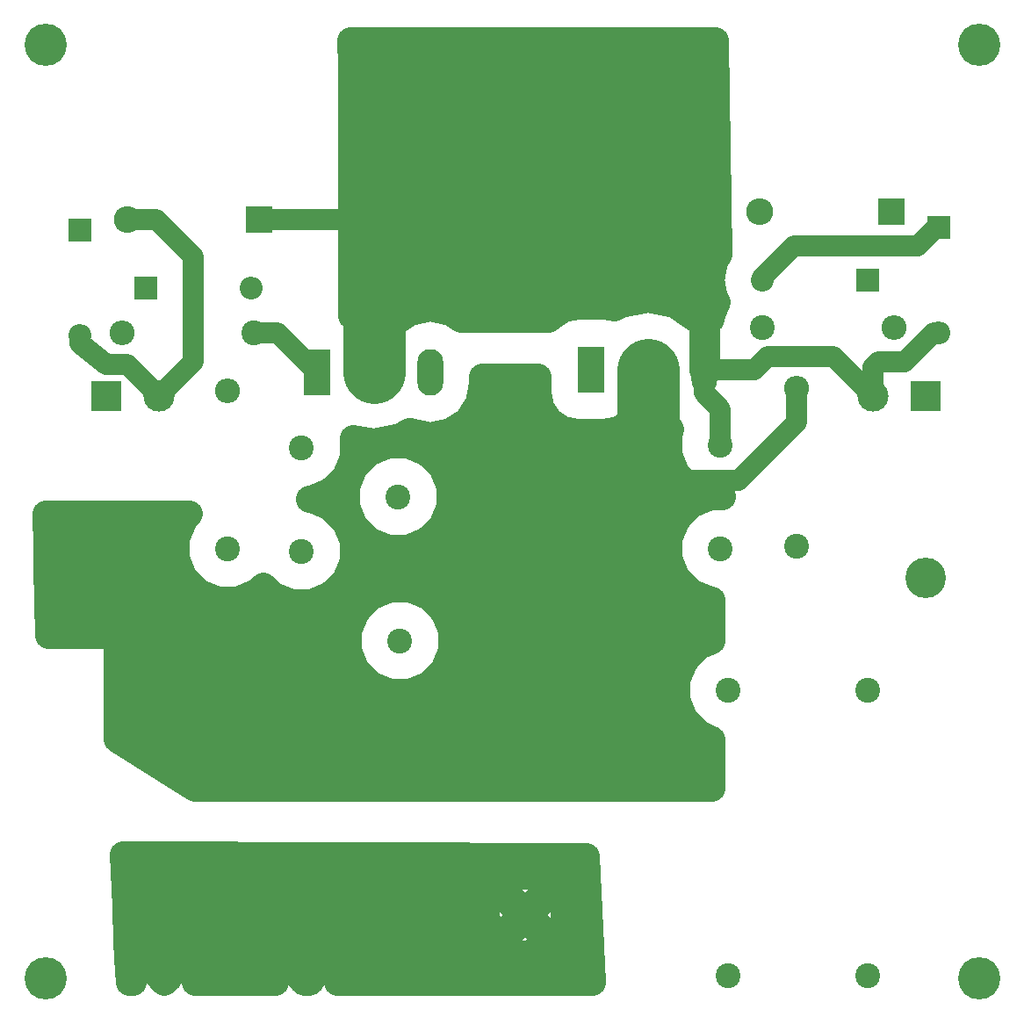
<source format=gbr>
G04 #@! TF.FileFunction,Copper,L2,Bot,Signal*
%FSLAX46Y46*%
G04 Gerber Fmt 4.6, Leading zero omitted, Abs format (unit mm)*
G04 Created by KiCad (PCBNEW 4.0.7) date 02/11/18 22:43:29*
%MOMM*%
%LPD*%
G01*
G04 APERTURE LIST*
%ADD10C,0.100000*%
%ADD11R,3.000000X3.000000*%
%ADD12C,3.000000*%
%ADD13C,2.400000*%
%ADD14C,3.900000*%
%ADD15R,2.500000X4.500000*%
%ADD16O,2.500000X4.500000*%
%ADD17O,2.400000X2.400000*%
%ADD18C,4.064000*%
%ADD19R,2.200000X2.200000*%
%ADD20O,2.200000X2.200000*%
%ADD21R,2.600000X2.600000*%
%ADD22O,2.600000X2.600000*%
%ADD23C,2.000000*%
%ADD24C,3.000000*%
%ADD25C,6.000000*%
%ADD26C,2.500000*%
G04 APERTURE END LIST*
D10*
D11*
X134874000Y-83820000D03*
D12*
X129794000Y-83820000D03*
D13*
X115062000Y-98552000D03*
X115062000Y-88552000D03*
X106496000Y-93544000D03*
X83996000Y-93544000D03*
X74676000Y-98806000D03*
X74676000Y-88806000D03*
D11*
X55880000Y-83820000D03*
D12*
X60960000Y-83820000D03*
D14*
X94996000Y-54610000D03*
X96266000Y-133858000D03*
X134874000Y-101346000D03*
X55372000Y-101092000D03*
D15*
X102616000Y-81280000D03*
D16*
X108066000Y-81280000D03*
X113516000Y-81280000D03*
D15*
X76200000Y-81534000D03*
D16*
X81650000Y-81534000D03*
X87100000Y-81534000D03*
D13*
X122428000Y-98298000D03*
D17*
X122428000Y-83058000D03*
D13*
X67564000Y-98552000D03*
D17*
X67564000Y-83312000D03*
D18*
X50000000Y-50000000D03*
X140000000Y-50000000D03*
X50000000Y-140000000D03*
X140000000Y-140000000D03*
D19*
X53340000Y-67818000D03*
D20*
X53340000Y-77978000D03*
D19*
X136144000Y-67564000D03*
D20*
X136144000Y-77724000D03*
D13*
X106680000Y-107442000D03*
X84180000Y-107442000D03*
D19*
X129286000Y-72644000D03*
D20*
X119126000Y-72644000D03*
D19*
X59690000Y-73406000D03*
D20*
X69850000Y-73406000D03*
D13*
X119126000Y-77216000D03*
D17*
X131826000Y-77216000D03*
D13*
X70104000Y-77724000D03*
D17*
X57404000Y-77724000D03*
D13*
X61468000Y-112522000D03*
X61468000Y-140022000D03*
X115824000Y-139700000D03*
X115824000Y-112200000D03*
X75184000Y-112776000D03*
X75184000Y-140276000D03*
X129286000Y-139700000D03*
X129286000Y-112200000D03*
D21*
X131572000Y-66040000D03*
D22*
X118872000Y-66040000D03*
D21*
X70612000Y-66802000D03*
D22*
X57912000Y-66802000D03*
D23*
X136144000Y-77724000D02*
X135636000Y-77724000D01*
X135636000Y-77724000D02*
X132842000Y-80518000D01*
X132842000Y-80518000D02*
X130302000Y-80518000D01*
X130302000Y-80518000D02*
X129794000Y-81026000D01*
X129794000Y-81026000D02*
X129794000Y-83820000D01*
X70612000Y-66802000D02*
X81650000Y-66802000D01*
X81650000Y-66802000D02*
X81650000Y-65924000D01*
X113516000Y-81280000D02*
X113516000Y-83544000D01*
X115062000Y-85090000D02*
X115062000Y-88552000D01*
X113516000Y-83544000D02*
X115062000Y-85090000D01*
X129794000Y-83820000D02*
X130048000Y-83820000D01*
X113516000Y-81280000D02*
X118364000Y-81280000D01*
X125984000Y-80010000D02*
X129794000Y-83820000D01*
X119634000Y-80010000D02*
X125984000Y-80010000D01*
X118364000Y-81280000D02*
X119634000Y-80010000D01*
D24*
X113516000Y-71606000D02*
X94996000Y-54610000D01*
X113516000Y-81280000D02*
X113516000Y-71606000D01*
D25*
X81650000Y-81534000D02*
X81650000Y-65924000D01*
X81650000Y-65924000D02*
X94996000Y-54610000D01*
D23*
X122428000Y-83058000D02*
X122428000Y-86360000D01*
X116840000Y-91948000D02*
X106496000Y-91948000D01*
X122428000Y-86360000D02*
X116840000Y-91948000D01*
D25*
X106496000Y-93544000D02*
X106496000Y-91948000D01*
X106496000Y-91948000D02*
X106496000Y-88576000D01*
X108066000Y-87006000D02*
X108066000Y-81280000D01*
X106496000Y-88576000D02*
X108066000Y-87006000D01*
X55372000Y-101092000D02*
X56134000Y-101092000D01*
X106496000Y-93656000D02*
X106496000Y-93544000D01*
D23*
X57912000Y-66802000D02*
X60706000Y-66802000D01*
X64262000Y-80518000D02*
X60960000Y-83820000D01*
X64262000Y-70358000D02*
X64262000Y-80518000D01*
X60706000Y-66802000D02*
X64262000Y-70358000D01*
X53340000Y-77978000D02*
X53340000Y-78740000D01*
X53340000Y-78740000D02*
X55880000Y-80772000D01*
X55880000Y-80772000D02*
X57912000Y-80772000D01*
X57912000Y-80772000D02*
X60960000Y-83820000D01*
X136144000Y-67564000D02*
X135890000Y-67564000D01*
X135890000Y-67564000D02*
X134112000Y-69342000D01*
X134112000Y-69342000D02*
X122174000Y-69342000D01*
X122174000Y-69342000D02*
X119126000Y-72390000D01*
X119126000Y-72390000D02*
X119126000Y-72644000D01*
X70104000Y-77724000D02*
X72390000Y-77724000D01*
X72390000Y-77724000D02*
X76200000Y-81534000D01*
D26*
G36*
X102185867Y-128244948D02*
X102766917Y-140447000D01*
X78152310Y-140447000D01*
X78113460Y-139558903D01*
X77762505Y-138711623D01*
X77174006Y-138639548D01*
X75537553Y-140276000D01*
X75551696Y-140290143D01*
X75394838Y-140447000D01*
X74973162Y-140447000D01*
X74816305Y-140290143D01*
X74830447Y-140276000D01*
X73193994Y-138639548D01*
X72605495Y-138711623D01*
X72203111Y-139817455D01*
X72230651Y-140447000D01*
X64447422Y-140447000D01*
X64397460Y-139304903D01*
X64046505Y-138457623D01*
X63458006Y-138385548D01*
X61821553Y-140022000D01*
X61835696Y-140036143D01*
X61482143Y-140389696D01*
X61468000Y-140375553D01*
X61453858Y-140389696D01*
X61100305Y-140036143D01*
X61114447Y-140022000D01*
X59477994Y-138385548D01*
X58889495Y-138457623D01*
X58487111Y-139563455D01*
X58525762Y-140447000D01*
X58037845Y-140447000D01*
X57922845Y-138031994D01*
X59831548Y-138031994D01*
X61468000Y-139668447D01*
X62850452Y-138285994D01*
X73547548Y-138285994D01*
X75184000Y-139922447D01*
X76820452Y-138285994D01*
X76748377Y-137697495D01*
X75642545Y-137295111D01*
X74466903Y-137346540D01*
X73619623Y-137697495D01*
X73547548Y-138285994D01*
X62850452Y-138285994D01*
X63104452Y-138031994D01*
X63032377Y-137443495D01*
X61926545Y-137041111D01*
X60750903Y-137092540D01*
X59903623Y-137443495D01*
X59831548Y-138031994D01*
X57922845Y-138031994D01*
X57844689Y-136390700D01*
X94086854Y-136390700D01*
X94250912Y-137056857D01*
X95628451Y-137584499D01*
X97103051Y-137544816D01*
X98281088Y-137056857D01*
X98445146Y-136390700D01*
X96266000Y-134211553D01*
X94086854Y-136390700D01*
X57844689Y-136390700D01*
X57693724Y-133220451D01*
X92539501Y-133220451D01*
X92579184Y-134695051D01*
X93067143Y-135873088D01*
X93733300Y-136037146D01*
X95912447Y-133858000D01*
X96619553Y-133858000D01*
X98798700Y-136037146D01*
X99464857Y-135873088D01*
X99992499Y-134495549D01*
X99952816Y-133020949D01*
X99464857Y-131842912D01*
X98798700Y-131678854D01*
X96619553Y-133858000D01*
X95912447Y-133858000D01*
X93733300Y-131678854D01*
X93067143Y-131842912D01*
X92539501Y-133220451D01*
X57693724Y-133220451D01*
X57603479Y-131325300D01*
X94086854Y-131325300D01*
X96266000Y-133504447D01*
X98445146Y-131325300D01*
X98281088Y-130659143D01*
X96903549Y-130131501D01*
X95428949Y-130171184D01*
X94250912Y-130659143D01*
X94086854Y-131325300D01*
X57603479Y-131325300D01*
X57445278Y-128003107D01*
X102185867Y-128244948D01*
X102185867Y-128244948D01*
G37*
X102185867Y-128244948D02*
X102766917Y-140447000D01*
X78152310Y-140447000D01*
X78113460Y-139558903D01*
X77762505Y-138711623D01*
X77174006Y-138639548D01*
X75537553Y-140276000D01*
X75551696Y-140290143D01*
X75394838Y-140447000D01*
X74973162Y-140447000D01*
X74816305Y-140290143D01*
X74830447Y-140276000D01*
X73193994Y-138639548D01*
X72605495Y-138711623D01*
X72203111Y-139817455D01*
X72230651Y-140447000D01*
X64447422Y-140447000D01*
X64397460Y-139304903D01*
X64046505Y-138457623D01*
X63458006Y-138385548D01*
X61821553Y-140022000D01*
X61835696Y-140036143D01*
X61482143Y-140389696D01*
X61468000Y-140375553D01*
X61453858Y-140389696D01*
X61100305Y-140036143D01*
X61114447Y-140022000D01*
X59477994Y-138385548D01*
X58889495Y-138457623D01*
X58487111Y-139563455D01*
X58525762Y-140447000D01*
X58037845Y-140447000D01*
X57922845Y-138031994D01*
X59831548Y-138031994D01*
X61468000Y-139668447D01*
X62850452Y-138285994D01*
X73547548Y-138285994D01*
X75184000Y-139922447D01*
X76820452Y-138285994D01*
X76748377Y-137697495D01*
X75642545Y-137295111D01*
X74466903Y-137346540D01*
X73619623Y-137697495D01*
X73547548Y-138285994D01*
X62850452Y-138285994D01*
X63104452Y-138031994D01*
X63032377Y-137443495D01*
X61926545Y-137041111D01*
X60750903Y-137092540D01*
X59903623Y-137443495D01*
X59831548Y-138031994D01*
X57922845Y-138031994D01*
X57844689Y-136390700D01*
X94086854Y-136390700D01*
X94250912Y-137056857D01*
X95628451Y-137584499D01*
X97103051Y-137544816D01*
X98281088Y-137056857D01*
X98445146Y-136390700D01*
X96266000Y-134211553D01*
X94086854Y-136390700D01*
X57844689Y-136390700D01*
X57693724Y-133220451D01*
X92539501Y-133220451D01*
X92579184Y-134695051D01*
X93067143Y-135873088D01*
X93733300Y-136037146D01*
X95912447Y-133858000D01*
X96619553Y-133858000D01*
X98798700Y-136037146D01*
X99464857Y-135873088D01*
X99992499Y-134495549D01*
X99952816Y-133020949D01*
X99464857Y-131842912D01*
X98798700Y-131678854D01*
X96619553Y-133858000D01*
X95912447Y-133858000D01*
X93733300Y-131678854D01*
X93067143Y-131842912D01*
X92539501Y-133220451D01*
X57693724Y-133220451D01*
X57603479Y-131325300D01*
X94086854Y-131325300D01*
X96266000Y-133504447D01*
X98445146Y-131325300D01*
X98281088Y-130659143D01*
X96903549Y-130131501D01*
X95428949Y-130171184D01*
X94250912Y-130659143D01*
X94086854Y-131325300D01*
X57603479Y-131325300D01*
X57445278Y-128003107D01*
X102185867Y-128244948D01*
G36*
X114959102Y-70175970D02*
X114550167Y-70787985D01*
X114180983Y-72644000D01*
X114550167Y-74500015D01*
X114762217Y-74817370D01*
X114176861Y-76227065D01*
X114176646Y-76474000D01*
X112789540Y-76474000D01*
X110649113Y-75043813D01*
X108066000Y-74530000D01*
X105482887Y-75043813D01*
X104919940Y-75419962D01*
X103866000Y-75206534D01*
X101366000Y-75206534D01*
X99976333Y-75468018D01*
X98700009Y-76289310D01*
X98573816Y-76474000D01*
X90026537Y-76474000D01*
X89013417Y-75797055D01*
X87100000Y-75416453D01*
X85186583Y-75797055D01*
X84173463Y-76474000D01*
X79979926Y-76474000D01*
X79482000Y-76133781D01*
X79482000Y-57142700D01*
X92816854Y-57142700D01*
X92980912Y-57808857D01*
X94358451Y-58336499D01*
X95833051Y-58296816D01*
X97011088Y-57808857D01*
X97175146Y-57142700D01*
X94996000Y-54963553D01*
X92816854Y-57142700D01*
X79482000Y-57142700D01*
X79482000Y-53972451D01*
X91269501Y-53972451D01*
X91309184Y-55447051D01*
X91797143Y-56625088D01*
X92463300Y-56789146D01*
X94642447Y-54610000D01*
X95349553Y-54610000D01*
X97528700Y-56789146D01*
X98194857Y-56625088D01*
X98722499Y-55247549D01*
X98682816Y-53772949D01*
X98194857Y-52594912D01*
X97528700Y-52430854D01*
X95349553Y-54610000D01*
X94642447Y-54610000D01*
X92463300Y-52430854D01*
X91797143Y-52594912D01*
X91269501Y-53972451D01*
X79482000Y-53972451D01*
X79482000Y-52324000D01*
X79480820Y-52269703D01*
X79472455Y-52077300D01*
X92816854Y-52077300D01*
X94996000Y-54256447D01*
X97175146Y-52077300D01*
X97011088Y-51411143D01*
X95633549Y-50883501D01*
X94158949Y-50923184D01*
X92980912Y-51411143D01*
X92816854Y-52077300D01*
X79472455Y-52077300D01*
X79362355Y-49545000D01*
X114623640Y-49545000D01*
X114959102Y-70175970D01*
X114959102Y-70175970D01*
G37*
X114959102Y-70175970D02*
X114550167Y-70787985D01*
X114180983Y-72644000D01*
X114550167Y-74500015D01*
X114762217Y-74817370D01*
X114176861Y-76227065D01*
X114176646Y-76474000D01*
X112789540Y-76474000D01*
X110649113Y-75043813D01*
X108066000Y-74530000D01*
X105482887Y-75043813D01*
X104919940Y-75419962D01*
X103866000Y-75206534D01*
X101366000Y-75206534D01*
X99976333Y-75468018D01*
X98700009Y-76289310D01*
X98573816Y-76474000D01*
X90026537Y-76474000D01*
X89013417Y-75797055D01*
X87100000Y-75416453D01*
X85186583Y-75797055D01*
X84173463Y-76474000D01*
X79979926Y-76474000D01*
X79482000Y-76133781D01*
X79482000Y-57142700D01*
X92816854Y-57142700D01*
X92980912Y-57808857D01*
X94358451Y-58336499D01*
X95833051Y-58296816D01*
X97011088Y-57808857D01*
X97175146Y-57142700D01*
X94996000Y-54963553D01*
X92816854Y-57142700D01*
X79482000Y-57142700D01*
X79482000Y-53972451D01*
X91269501Y-53972451D01*
X91309184Y-55447051D01*
X91797143Y-56625088D01*
X92463300Y-56789146D01*
X94642447Y-54610000D01*
X95349553Y-54610000D01*
X97528700Y-56789146D01*
X98194857Y-56625088D01*
X98722499Y-55247549D01*
X98682816Y-53772949D01*
X98194857Y-52594912D01*
X97528700Y-52430854D01*
X95349553Y-54610000D01*
X94642447Y-54610000D01*
X92463300Y-52430854D01*
X91797143Y-52594912D01*
X91269501Y-53972451D01*
X79482000Y-53972451D01*
X79482000Y-52324000D01*
X79480820Y-52269703D01*
X79472455Y-52077300D01*
X92816854Y-52077300D01*
X94996000Y-54256447D01*
X97175146Y-52077300D01*
X97011088Y-51411143D01*
X95633549Y-50883501D01*
X94158949Y-50923184D01*
X92980912Y-51411143D01*
X92816854Y-52077300D01*
X79472455Y-52077300D01*
X79362355Y-49545000D01*
X114623640Y-49545000D01*
X114959102Y-70175970D01*
G36*
X97542534Y-83530000D02*
X97804018Y-84919667D01*
X98625310Y-86195991D01*
X99878458Y-87052231D01*
X101366000Y-87353466D01*
X103866000Y-87353466D01*
X105255667Y-87091982D01*
X106531991Y-86270690D01*
X107274366Y-85184189D01*
X107350151Y-85201579D01*
X107816000Y-84836304D01*
X107816000Y-82022000D01*
X108316000Y-82022000D01*
X108316000Y-84836304D01*
X108781849Y-85201579D01*
X108986142Y-85154701D01*
X109076433Y-85104654D01*
X109127572Y-85361747D01*
X110157243Y-86902757D01*
X110312000Y-87057514D01*
X110312000Y-87083485D01*
X110112861Y-87563065D01*
X110111143Y-89532296D01*
X110863148Y-91352287D01*
X112254389Y-92745959D01*
X114073065Y-93501139D01*
X115336000Y-93502241D01*
X115336000Y-93602237D01*
X114081704Y-93601143D01*
X112261713Y-94353148D01*
X110868041Y-95744389D01*
X110112861Y-97563065D01*
X110111143Y-99532296D01*
X110863148Y-101352287D01*
X112254389Y-102745959D01*
X114073065Y-103501139D01*
X114320000Y-103501354D01*
X114320000Y-107465533D01*
X113023713Y-108001148D01*
X111630041Y-109392389D01*
X110874861Y-111211065D01*
X110873143Y-113180296D01*
X111625148Y-115000287D01*
X113016389Y-116393959D01*
X114320000Y-116935265D01*
X114320000Y-121686000D01*
X64372001Y-121686000D01*
X56876000Y-116915818D01*
X56876000Y-114512006D01*
X59831548Y-114512006D01*
X59903623Y-115100505D01*
X61009455Y-115502889D01*
X62185097Y-115451460D01*
X63032377Y-115100505D01*
X63073343Y-114766006D01*
X73547548Y-114766006D01*
X73619623Y-115354505D01*
X74725455Y-115756889D01*
X75901097Y-115705460D01*
X76748377Y-115354505D01*
X76820452Y-114766006D01*
X75184000Y-113129553D01*
X73547548Y-114766006D01*
X63073343Y-114766006D01*
X63104452Y-114512006D01*
X61468000Y-112875553D01*
X59831548Y-114512006D01*
X56876000Y-114512006D01*
X56876000Y-112063455D01*
X58487111Y-112063455D01*
X58538540Y-113239097D01*
X58889495Y-114086377D01*
X59477994Y-114158452D01*
X61114447Y-112522000D01*
X61821553Y-112522000D01*
X63458006Y-114158452D01*
X64046505Y-114086377D01*
X64448889Y-112980545D01*
X64419882Y-112317455D01*
X72203111Y-112317455D01*
X72254540Y-113493097D01*
X72605495Y-114340377D01*
X73193994Y-114412452D01*
X74830447Y-112776000D01*
X75537553Y-112776000D01*
X77174006Y-114412452D01*
X77762505Y-114340377D01*
X78164889Y-113234545D01*
X78113460Y-112058903D01*
X77762505Y-111211623D01*
X77174006Y-111139548D01*
X75537553Y-112776000D01*
X74830447Y-112776000D01*
X73193994Y-111139548D01*
X72605495Y-111211623D01*
X72203111Y-112317455D01*
X64419882Y-112317455D01*
X64397460Y-111804903D01*
X64046505Y-110957623D01*
X63458006Y-110885548D01*
X61821553Y-112522000D01*
X61114447Y-112522000D01*
X59477994Y-110885548D01*
X58889495Y-110957623D01*
X58487111Y-112063455D01*
X56876000Y-112063455D01*
X56876000Y-110531994D01*
X59831548Y-110531994D01*
X61468000Y-112168447D01*
X62850452Y-110785994D01*
X73547548Y-110785994D01*
X75184000Y-112422447D01*
X76820452Y-110785994D01*
X76748377Y-110197495D01*
X75642545Y-109795111D01*
X74466903Y-109846540D01*
X73619623Y-110197495D01*
X73547548Y-110785994D01*
X62850452Y-110785994D01*
X63104452Y-110531994D01*
X63032377Y-109943495D01*
X61926545Y-109541111D01*
X60750903Y-109592540D01*
X59903623Y-109943495D01*
X59831548Y-110531994D01*
X56876000Y-110531994D01*
X56876000Y-108422296D01*
X79229143Y-108422296D01*
X79981148Y-110242287D01*
X81372389Y-111635959D01*
X83191065Y-112391139D01*
X85160296Y-112392857D01*
X86980287Y-111640852D01*
X88373959Y-110249611D01*
X88713458Y-109432006D01*
X105043548Y-109432006D01*
X105115623Y-110020505D01*
X106221455Y-110422889D01*
X107397097Y-110371460D01*
X108244377Y-110020505D01*
X108316452Y-109432006D01*
X106680000Y-107795553D01*
X105043548Y-109432006D01*
X88713458Y-109432006D01*
X89129139Y-108430935D01*
X89130401Y-106983455D01*
X103699111Y-106983455D01*
X103750540Y-108159097D01*
X104101495Y-109006377D01*
X104689994Y-109078452D01*
X106326447Y-107442000D01*
X107033553Y-107442000D01*
X108670006Y-109078452D01*
X109258505Y-109006377D01*
X109660889Y-107900545D01*
X109609460Y-106724903D01*
X109258505Y-105877623D01*
X108670006Y-105805548D01*
X107033553Y-107442000D01*
X106326447Y-107442000D01*
X104689994Y-105805548D01*
X104101495Y-105877623D01*
X103699111Y-106983455D01*
X89130401Y-106983455D01*
X89130857Y-106461704D01*
X88713654Y-105451994D01*
X105043548Y-105451994D01*
X106680000Y-107088447D01*
X108316452Y-105451994D01*
X108244377Y-104863495D01*
X107138545Y-104461111D01*
X105962903Y-104512540D01*
X105115623Y-104863495D01*
X105043548Y-105451994D01*
X88713654Y-105451994D01*
X88378852Y-104641713D01*
X86987611Y-103248041D01*
X85168935Y-102492861D01*
X83199704Y-102491143D01*
X81379713Y-103243148D01*
X79986041Y-104634389D01*
X79230861Y-106453065D01*
X79229143Y-108422296D01*
X56876000Y-108422296D01*
X56876000Y-108204000D01*
X56777518Y-107717680D01*
X56497589Y-107307990D01*
X56080322Y-107039486D01*
X55626000Y-106954000D01*
X50249066Y-106954000D01*
X50187413Y-103624700D01*
X53192854Y-103624700D01*
X53356912Y-104290857D01*
X54734451Y-104818499D01*
X56209051Y-104778816D01*
X57387088Y-104290857D01*
X57551146Y-103624700D01*
X55372000Y-101445553D01*
X53192854Y-103624700D01*
X50187413Y-103624700D01*
X50128705Y-100454451D01*
X51645501Y-100454451D01*
X51685184Y-101929051D01*
X52173143Y-103107088D01*
X52839300Y-103271146D01*
X55018447Y-101092000D01*
X55725553Y-101092000D01*
X57904700Y-103271146D01*
X58570857Y-103107088D01*
X59098499Y-101729549D01*
X59058816Y-100254949D01*
X58570857Y-99076912D01*
X57904700Y-98912854D01*
X55725553Y-101092000D01*
X55018447Y-101092000D01*
X52839300Y-98912854D01*
X52173143Y-99076912D01*
X51645501Y-100454451D01*
X50128705Y-100454451D01*
X50093610Y-98559300D01*
X53192854Y-98559300D01*
X55372000Y-100738447D01*
X57551146Y-98559300D01*
X57387088Y-97893143D01*
X56009549Y-97365501D01*
X54534949Y-97405184D01*
X53356912Y-97893143D01*
X53192854Y-98559300D01*
X50093610Y-98559300D01*
X50031955Y-95230000D01*
X63885329Y-95230000D01*
X63370041Y-95744389D01*
X62614861Y-97563065D01*
X62613143Y-99532296D01*
X63365148Y-101352287D01*
X64756389Y-102745959D01*
X66575065Y-103501139D01*
X68544296Y-103502857D01*
X70364287Y-102750852D01*
X70993098Y-102123138D01*
X71868389Y-102999959D01*
X73687065Y-103755139D01*
X75656296Y-103756857D01*
X77476287Y-103004852D01*
X78869959Y-101613611D01*
X79625139Y-99794935D01*
X79626857Y-97825704D01*
X78874852Y-96005713D01*
X77483611Y-94612041D01*
X77272298Y-94524296D01*
X79045143Y-94524296D01*
X79797148Y-96344287D01*
X81188389Y-97737959D01*
X83007065Y-98493139D01*
X84976296Y-98494857D01*
X86796287Y-97742852D01*
X88189959Y-96351611D01*
X88529458Y-95534006D01*
X104859548Y-95534006D01*
X104931623Y-96122505D01*
X106037455Y-96524889D01*
X107213097Y-96473460D01*
X108060377Y-96122505D01*
X108132452Y-95534006D01*
X106496000Y-93897553D01*
X104859548Y-95534006D01*
X88529458Y-95534006D01*
X88945139Y-94532935D01*
X88946401Y-93085455D01*
X103515111Y-93085455D01*
X103566540Y-94261097D01*
X103917495Y-95108377D01*
X104505994Y-95180452D01*
X106142447Y-93544000D01*
X106849553Y-93544000D01*
X108486006Y-95180452D01*
X109074505Y-95108377D01*
X109476889Y-94002545D01*
X109425460Y-92826903D01*
X109074505Y-91979623D01*
X108486006Y-91907548D01*
X106849553Y-93544000D01*
X106142447Y-93544000D01*
X104505994Y-91907548D01*
X103917495Y-91979623D01*
X103515111Y-93085455D01*
X88946401Y-93085455D01*
X88946857Y-92563704D01*
X88529654Y-91553994D01*
X104859548Y-91553994D01*
X106496000Y-93190447D01*
X108132452Y-91553994D01*
X108060377Y-90965495D01*
X106954545Y-90563111D01*
X105778903Y-90614540D01*
X104931623Y-90965495D01*
X104859548Y-91553994D01*
X88529654Y-91553994D01*
X88194852Y-90743713D01*
X86803611Y-89350041D01*
X84984935Y-88594861D01*
X83015704Y-88593143D01*
X81195713Y-89345148D01*
X79802041Y-90736389D01*
X79046861Y-92555065D01*
X79045143Y-94524296D01*
X77272298Y-94524296D01*
X75664935Y-93856861D01*
X75418000Y-93856646D01*
X75418000Y-93756649D01*
X75656296Y-93756857D01*
X77476287Y-93004852D01*
X78869959Y-91613611D01*
X79625139Y-89794935D01*
X79626808Y-87881562D01*
X81650000Y-88284000D01*
X84233113Y-87770187D01*
X85083432Y-87202022D01*
X85186583Y-87270945D01*
X87100000Y-87651547D01*
X89013417Y-87270945D01*
X90635534Y-86187081D01*
X91719398Y-84564964D01*
X92100000Y-82651547D01*
X92100000Y-82022000D01*
X97542534Y-82022000D01*
X97542534Y-83530000D01*
X97542534Y-83530000D01*
G37*
X97542534Y-83530000D02*
X97804018Y-84919667D01*
X98625310Y-86195991D01*
X99878458Y-87052231D01*
X101366000Y-87353466D01*
X103866000Y-87353466D01*
X105255667Y-87091982D01*
X106531991Y-86270690D01*
X107274366Y-85184189D01*
X107350151Y-85201579D01*
X107816000Y-84836304D01*
X107816000Y-82022000D01*
X108316000Y-82022000D01*
X108316000Y-84836304D01*
X108781849Y-85201579D01*
X108986142Y-85154701D01*
X109076433Y-85104654D01*
X109127572Y-85361747D01*
X110157243Y-86902757D01*
X110312000Y-87057514D01*
X110312000Y-87083485D01*
X110112861Y-87563065D01*
X110111143Y-89532296D01*
X110863148Y-91352287D01*
X112254389Y-92745959D01*
X114073065Y-93501139D01*
X115336000Y-93502241D01*
X115336000Y-93602237D01*
X114081704Y-93601143D01*
X112261713Y-94353148D01*
X110868041Y-95744389D01*
X110112861Y-97563065D01*
X110111143Y-99532296D01*
X110863148Y-101352287D01*
X112254389Y-102745959D01*
X114073065Y-103501139D01*
X114320000Y-103501354D01*
X114320000Y-107465533D01*
X113023713Y-108001148D01*
X111630041Y-109392389D01*
X110874861Y-111211065D01*
X110873143Y-113180296D01*
X111625148Y-115000287D01*
X113016389Y-116393959D01*
X114320000Y-116935265D01*
X114320000Y-121686000D01*
X64372001Y-121686000D01*
X56876000Y-116915818D01*
X56876000Y-114512006D01*
X59831548Y-114512006D01*
X59903623Y-115100505D01*
X61009455Y-115502889D01*
X62185097Y-115451460D01*
X63032377Y-115100505D01*
X63073343Y-114766006D01*
X73547548Y-114766006D01*
X73619623Y-115354505D01*
X74725455Y-115756889D01*
X75901097Y-115705460D01*
X76748377Y-115354505D01*
X76820452Y-114766006D01*
X75184000Y-113129553D01*
X73547548Y-114766006D01*
X63073343Y-114766006D01*
X63104452Y-114512006D01*
X61468000Y-112875553D01*
X59831548Y-114512006D01*
X56876000Y-114512006D01*
X56876000Y-112063455D01*
X58487111Y-112063455D01*
X58538540Y-113239097D01*
X58889495Y-114086377D01*
X59477994Y-114158452D01*
X61114447Y-112522000D01*
X61821553Y-112522000D01*
X63458006Y-114158452D01*
X64046505Y-114086377D01*
X64448889Y-112980545D01*
X64419882Y-112317455D01*
X72203111Y-112317455D01*
X72254540Y-113493097D01*
X72605495Y-114340377D01*
X73193994Y-114412452D01*
X74830447Y-112776000D01*
X75537553Y-112776000D01*
X77174006Y-114412452D01*
X77762505Y-114340377D01*
X78164889Y-113234545D01*
X78113460Y-112058903D01*
X77762505Y-111211623D01*
X77174006Y-111139548D01*
X75537553Y-112776000D01*
X74830447Y-112776000D01*
X73193994Y-111139548D01*
X72605495Y-111211623D01*
X72203111Y-112317455D01*
X64419882Y-112317455D01*
X64397460Y-111804903D01*
X64046505Y-110957623D01*
X63458006Y-110885548D01*
X61821553Y-112522000D01*
X61114447Y-112522000D01*
X59477994Y-110885548D01*
X58889495Y-110957623D01*
X58487111Y-112063455D01*
X56876000Y-112063455D01*
X56876000Y-110531994D01*
X59831548Y-110531994D01*
X61468000Y-112168447D01*
X62850452Y-110785994D01*
X73547548Y-110785994D01*
X75184000Y-112422447D01*
X76820452Y-110785994D01*
X76748377Y-110197495D01*
X75642545Y-109795111D01*
X74466903Y-109846540D01*
X73619623Y-110197495D01*
X73547548Y-110785994D01*
X62850452Y-110785994D01*
X63104452Y-110531994D01*
X63032377Y-109943495D01*
X61926545Y-109541111D01*
X60750903Y-109592540D01*
X59903623Y-109943495D01*
X59831548Y-110531994D01*
X56876000Y-110531994D01*
X56876000Y-108422296D01*
X79229143Y-108422296D01*
X79981148Y-110242287D01*
X81372389Y-111635959D01*
X83191065Y-112391139D01*
X85160296Y-112392857D01*
X86980287Y-111640852D01*
X88373959Y-110249611D01*
X88713458Y-109432006D01*
X105043548Y-109432006D01*
X105115623Y-110020505D01*
X106221455Y-110422889D01*
X107397097Y-110371460D01*
X108244377Y-110020505D01*
X108316452Y-109432006D01*
X106680000Y-107795553D01*
X105043548Y-109432006D01*
X88713458Y-109432006D01*
X89129139Y-108430935D01*
X89130401Y-106983455D01*
X103699111Y-106983455D01*
X103750540Y-108159097D01*
X104101495Y-109006377D01*
X104689994Y-109078452D01*
X106326447Y-107442000D01*
X107033553Y-107442000D01*
X108670006Y-109078452D01*
X109258505Y-109006377D01*
X109660889Y-107900545D01*
X109609460Y-106724903D01*
X109258505Y-105877623D01*
X108670006Y-105805548D01*
X107033553Y-107442000D01*
X106326447Y-107442000D01*
X104689994Y-105805548D01*
X104101495Y-105877623D01*
X103699111Y-106983455D01*
X89130401Y-106983455D01*
X89130857Y-106461704D01*
X88713654Y-105451994D01*
X105043548Y-105451994D01*
X106680000Y-107088447D01*
X108316452Y-105451994D01*
X108244377Y-104863495D01*
X107138545Y-104461111D01*
X105962903Y-104512540D01*
X105115623Y-104863495D01*
X105043548Y-105451994D01*
X88713654Y-105451994D01*
X88378852Y-104641713D01*
X86987611Y-103248041D01*
X85168935Y-102492861D01*
X83199704Y-102491143D01*
X81379713Y-103243148D01*
X79986041Y-104634389D01*
X79230861Y-106453065D01*
X79229143Y-108422296D01*
X56876000Y-108422296D01*
X56876000Y-108204000D01*
X56777518Y-107717680D01*
X56497589Y-107307990D01*
X56080322Y-107039486D01*
X55626000Y-106954000D01*
X50249066Y-106954000D01*
X50187413Y-103624700D01*
X53192854Y-103624700D01*
X53356912Y-104290857D01*
X54734451Y-104818499D01*
X56209051Y-104778816D01*
X57387088Y-104290857D01*
X57551146Y-103624700D01*
X55372000Y-101445553D01*
X53192854Y-103624700D01*
X50187413Y-103624700D01*
X50128705Y-100454451D01*
X51645501Y-100454451D01*
X51685184Y-101929051D01*
X52173143Y-103107088D01*
X52839300Y-103271146D01*
X55018447Y-101092000D01*
X55725553Y-101092000D01*
X57904700Y-103271146D01*
X58570857Y-103107088D01*
X59098499Y-101729549D01*
X59058816Y-100254949D01*
X58570857Y-99076912D01*
X57904700Y-98912854D01*
X55725553Y-101092000D01*
X55018447Y-101092000D01*
X52839300Y-98912854D01*
X52173143Y-99076912D01*
X51645501Y-100454451D01*
X50128705Y-100454451D01*
X50093610Y-98559300D01*
X53192854Y-98559300D01*
X55372000Y-100738447D01*
X57551146Y-98559300D01*
X57387088Y-97893143D01*
X56009549Y-97365501D01*
X54534949Y-97405184D01*
X53356912Y-97893143D01*
X53192854Y-98559300D01*
X50093610Y-98559300D01*
X50031955Y-95230000D01*
X63885329Y-95230000D01*
X63370041Y-95744389D01*
X62614861Y-97563065D01*
X62613143Y-99532296D01*
X63365148Y-101352287D01*
X64756389Y-102745959D01*
X66575065Y-103501139D01*
X68544296Y-103502857D01*
X70364287Y-102750852D01*
X70993098Y-102123138D01*
X71868389Y-102999959D01*
X73687065Y-103755139D01*
X75656296Y-103756857D01*
X77476287Y-103004852D01*
X78869959Y-101613611D01*
X79625139Y-99794935D01*
X79626857Y-97825704D01*
X78874852Y-96005713D01*
X77483611Y-94612041D01*
X77272298Y-94524296D01*
X79045143Y-94524296D01*
X79797148Y-96344287D01*
X81188389Y-97737959D01*
X83007065Y-98493139D01*
X84976296Y-98494857D01*
X86796287Y-97742852D01*
X88189959Y-96351611D01*
X88529458Y-95534006D01*
X104859548Y-95534006D01*
X104931623Y-96122505D01*
X106037455Y-96524889D01*
X107213097Y-96473460D01*
X108060377Y-96122505D01*
X108132452Y-95534006D01*
X106496000Y-93897553D01*
X104859548Y-95534006D01*
X88529458Y-95534006D01*
X88945139Y-94532935D01*
X88946401Y-93085455D01*
X103515111Y-93085455D01*
X103566540Y-94261097D01*
X103917495Y-95108377D01*
X104505994Y-95180452D01*
X106142447Y-93544000D01*
X106849553Y-93544000D01*
X108486006Y-95180452D01*
X109074505Y-95108377D01*
X109476889Y-94002545D01*
X109425460Y-92826903D01*
X109074505Y-91979623D01*
X108486006Y-91907548D01*
X106849553Y-93544000D01*
X106142447Y-93544000D01*
X104505994Y-91907548D01*
X103917495Y-91979623D01*
X103515111Y-93085455D01*
X88946401Y-93085455D01*
X88946857Y-92563704D01*
X88529654Y-91553994D01*
X104859548Y-91553994D01*
X106496000Y-93190447D01*
X108132452Y-91553994D01*
X108060377Y-90965495D01*
X106954545Y-90563111D01*
X105778903Y-90614540D01*
X104931623Y-90965495D01*
X104859548Y-91553994D01*
X88529654Y-91553994D01*
X88194852Y-90743713D01*
X86803611Y-89350041D01*
X84984935Y-88594861D01*
X83015704Y-88593143D01*
X81195713Y-89345148D01*
X79802041Y-90736389D01*
X79046861Y-92555065D01*
X79045143Y-94524296D01*
X77272298Y-94524296D01*
X75664935Y-93856861D01*
X75418000Y-93856646D01*
X75418000Y-93756649D01*
X75656296Y-93756857D01*
X77476287Y-93004852D01*
X78869959Y-91613611D01*
X79625139Y-89794935D01*
X79626808Y-87881562D01*
X81650000Y-88284000D01*
X84233113Y-87770187D01*
X85083432Y-87202022D01*
X85186583Y-87270945D01*
X87100000Y-87651547D01*
X89013417Y-87270945D01*
X90635534Y-86187081D01*
X91719398Y-84564964D01*
X92100000Y-82651547D01*
X92100000Y-82022000D01*
X97542534Y-82022000D01*
X97542534Y-83530000D01*
M02*

</source>
